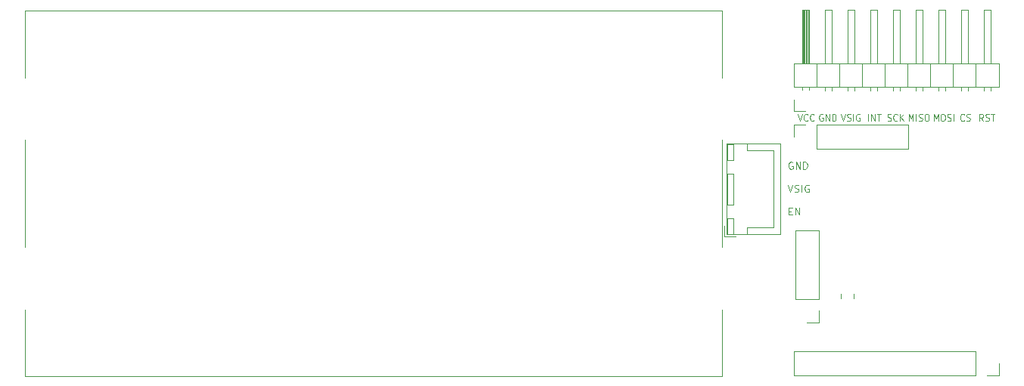
<source format=gbr>
%TF.GenerationSoftware,KiCad,Pcbnew,7.0.7*%
%TF.CreationDate,2024-02-15T18:40:12-05:00*%
%TF.ProjectId,LVPD-board,4c565044-2d62-46f6-9172-642e6b696361,rev?*%
%TF.SameCoordinates,Original*%
%TF.FileFunction,Legend,Top*%
%TF.FilePolarity,Positive*%
%FSLAX46Y46*%
G04 Gerber Fmt 4.6, Leading zero omitted, Abs format (unit mm)*
G04 Created by KiCad (PCBNEW 7.0.7) date 2024-02-15 18:40:12*
%MOMM*%
%LPD*%
G01*
G04 APERTURE LIST*
%ADD10C,0.100000*%
%ADD11C,0.120000*%
G04 APERTURE END LIST*
D10*
X212700000Y-84364895D02*
X212700000Y-83564895D01*
X212700000Y-83564895D02*
X212933334Y-84136323D01*
X212933334Y-84136323D02*
X213166667Y-83564895D01*
X213166667Y-83564895D02*
X213166667Y-84364895D01*
X213633334Y-83564895D02*
X213766667Y-83564895D01*
X213766667Y-83564895D02*
X213833334Y-83602990D01*
X213833334Y-83602990D02*
X213900000Y-83679180D01*
X213900000Y-83679180D02*
X213933334Y-83831561D01*
X213933334Y-83831561D02*
X213933334Y-84098228D01*
X213933334Y-84098228D02*
X213900000Y-84250609D01*
X213900000Y-84250609D02*
X213833334Y-84326800D01*
X213833334Y-84326800D02*
X213766667Y-84364895D01*
X213766667Y-84364895D02*
X213633334Y-84364895D01*
X213633334Y-84364895D02*
X213566667Y-84326800D01*
X213566667Y-84326800D02*
X213500000Y-84250609D01*
X213500000Y-84250609D02*
X213466667Y-84098228D01*
X213466667Y-84098228D02*
X213466667Y-83831561D01*
X213466667Y-83831561D02*
X213500000Y-83679180D01*
X213500000Y-83679180D02*
X213566667Y-83602990D01*
X213566667Y-83602990D02*
X213633334Y-83564895D01*
X214200000Y-84326800D02*
X214300000Y-84364895D01*
X214300000Y-84364895D02*
X214466667Y-84364895D01*
X214466667Y-84364895D02*
X214533333Y-84326800D01*
X214533333Y-84326800D02*
X214566667Y-84288704D01*
X214566667Y-84288704D02*
X214600000Y-84212514D01*
X214600000Y-84212514D02*
X214600000Y-84136323D01*
X214600000Y-84136323D02*
X214566667Y-84060133D01*
X214566667Y-84060133D02*
X214533333Y-84022038D01*
X214533333Y-84022038D02*
X214466667Y-83983942D01*
X214466667Y-83983942D02*
X214333333Y-83945847D01*
X214333333Y-83945847D02*
X214266667Y-83907752D01*
X214266667Y-83907752D02*
X214233333Y-83869657D01*
X214233333Y-83869657D02*
X214200000Y-83793466D01*
X214200000Y-83793466D02*
X214200000Y-83717276D01*
X214200000Y-83717276D02*
X214233333Y-83641085D01*
X214233333Y-83641085D02*
X214266667Y-83602990D01*
X214266667Y-83602990D02*
X214333333Y-83564895D01*
X214333333Y-83564895D02*
X214500000Y-83564895D01*
X214500000Y-83564895D02*
X214600000Y-83602990D01*
X214900000Y-84364895D02*
X214900000Y-83564895D01*
X202316666Y-83564895D02*
X202550000Y-84364895D01*
X202550000Y-84364895D02*
X202783333Y-83564895D01*
X202983333Y-84326800D02*
X203083333Y-84364895D01*
X203083333Y-84364895D02*
X203250000Y-84364895D01*
X203250000Y-84364895D02*
X203316666Y-84326800D01*
X203316666Y-84326800D02*
X203350000Y-84288704D01*
X203350000Y-84288704D02*
X203383333Y-84212514D01*
X203383333Y-84212514D02*
X203383333Y-84136323D01*
X203383333Y-84136323D02*
X203350000Y-84060133D01*
X203350000Y-84060133D02*
X203316666Y-84022038D01*
X203316666Y-84022038D02*
X203250000Y-83983942D01*
X203250000Y-83983942D02*
X203116666Y-83945847D01*
X203116666Y-83945847D02*
X203050000Y-83907752D01*
X203050000Y-83907752D02*
X203016666Y-83869657D01*
X203016666Y-83869657D02*
X202983333Y-83793466D01*
X202983333Y-83793466D02*
X202983333Y-83717276D01*
X202983333Y-83717276D02*
X203016666Y-83641085D01*
X203016666Y-83641085D02*
X203050000Y-83602990D01*
X203050000Y-83602990D02*
X203116666Y-83564895D01*
X203116666Y-83564895D02*
X203283333Y-83564895D01*
X203283333Y-83564895D02*
X203383333Y-83602990D01*
X203683333Y-84364895D02*
X203683333Y-83564895D01*
X204383333Y-83602990D02*
X204316666Y-83564895D01*
X204316666Y-83564895D02*
X204216666Y-83564895D01*
X204216666Y-83564895D02*
X204116666Y-83602990D01*
X204116666Y-83602990D02*
X204050000Y-83679180D01*
X204050000Y-83679180D02*
X204016666Y-83755371D01*
X204016666Y-83755371D02*
X203983333Y-83907752D01*
X203983333Y-83907752D02*
X203983333Y-84022038D01*
X203983333Y-84022038D02*
X204016666Y-84174419D01*
X204016666Y-84174419D02*
X204050000Y-84250609D01*
X204050000Y-84250609D02*
X204116666Y-84326800D01*
X204116666Y-84326800D02*
X204216666Y-84364895D01*
X204216666Y-84364895D02*
X204283333Y-84364895D01*
X204283333Y-84364895D02*
X204383333Y-84326800D01*
X204383333Y-84326800D02*
X204416666Y-84288704D01*
X204416666Y-84288704D02*
X204416666Y-84022038D01*
X204416666Y-84022038D02*
X204283333Y-84022038D01*
X197466666Y-83564895D02*
X197700000Y-84364895D01*
X197700000Y-84364895D02*
X197933333Y-83564895D01*
X198566666Y-84288704D02*
X198533333Y-84326800D01*
X198533333Y-84326800D02*
X198433333Y-84364895D01*
X198433333Y-84364895D02*
X198366666Y-84364895D01*
X198366666Y-84364895D02*
X198266666Y-84326800D01*
X198266666Y-84326800D02*
X198200000Y-84250609D01*
X198200000Y-84250609D02*
X198166666Y-84174419D01*
X198166666Y-84174419D02*
X198133333Y-84022038D01*
X198133333Y-84022038D02*
X198133333Y-83907752D01*
X198133333Y-83907752D02*
X198166666Y-83755371D01*
X198166666Y-83755371D02*
X198200000Y-83679180D01*
X198200000Y-83679180D02*
X198266666Y-83602990D01*
X198266666Y-83602990D02*
X198366666Y-83564895D01*
X198366666Y-83564895D02*
X198433333Y-83564895D01*
X198433333Y-83564895D02*
X198533333Y-83602990D01*
X198533333Y-83602990D02*
X198566666Y-83641085D01*
X199266666Y-84288704D02*
X199233333Y-84326800D01*
X199233333Y-84326800D02*
X199133333Y-84364895D01*
X199133333Y-84364895D02*
X199066666Y-84364895D01*
X199066666Y-84364895D02*
X198966666Y-84326800D01*
X198966666Y-84326800D02*
X198900000Y-84250609D01*
X198900000Y-84250609D02*
X198866666Y-84174419D01*
X198866666Y-84174419D02*
X198833333Y-84022038D01*
X198833333Y-84022038D02*
X198833333Y-83907752D01*
X198833333Y-83907752D02*
X198866666Y-83755371D01*
X198866666Y-83755371D02*
X198900000Y-83679180D01*
X198900000Y-83679180D02*
X198966666Y-83602990D01*
X198966666Y-83602990D02*
X199066666Y-83564895D01*
X199066666Y-83564895D02*
X199133333Y-83564895D01*
X199133333Y-83564895D02*
X199233333Y-83602990D01*
X199233333Y-83602990D02*
X199266666Y-83641085D01*
X207500000Y-84326800D02*
X207600000Y-84364895D01*
X207600000Y-84364895D02*
X207766667Y-84364895D01*
X207766667Y-84364895D02*
X207833333Y-84326800D01*
X207833333Y-84326800D02*
X207866667Y-84288704D01*
X207866667Y-84288704D02*
X207900000Y-84212514D01*
X207900000Y-84212514D02*
X207900000Y-84136323D01*
X207900000Y-84136323D02*
X207866667Y-84060133D01*
X207866667Y-84060133D02*
X207833333Y-84022038D01*
X207833333Y-84022038D02*
X207766667Y-83983942D01*
X207766667Y-83983942D02*
X207633333Y-83945847D01*
X207633333Y-83945847D02*
X207566667Y-83907752D01*
X207566667Y-83907752D02*
X207533333Y-83869657D01*
X207533333Y-83869657D02*
X207500000Y-83793466D01*
X207500000Y-83793466D02*
X207500000Y-83717276D01*
X207500000Y-83717276D02*
X207533333Y-83641085D01*
X207533333Y-83641085D02*
X207566667Y-83602990D01*
X207566667Y-83602990D02*
X207633333Y-83564895D01*
X207633333Y-83564895D02*
X207800000Y-83564895D01*
X207800000Y-83564895D02*
X207900000Y-83602990D01*
X208600000Y-84288704D02*
X208566667Y-84326800D01*
X208566667Y-84326800D02*
X208466667Y-84364895D01*
X208466667Y-84364895D02*
X208400000Y-84364895D01*
X208400000Y-84364895D02*
X208300000Y-84326800D01*
X208300000Y-84326800D02*
X208233334Y-84250609D01*
X208233334Y-84250609D02*
X208200000Y-84174419D01*
X208200000Y-84174419D02*
X208166667Y-84022038D01*
X208166667Y-84022038D02*
X208166667Y-83907752D01*
X208166667Y-83907752D02*
X208200000Y-83755371D01*
X208200000Y-83755371D02*
X208233334Y-83679180D01*
X208233334Y-83679180D02*
X208300000Y-83602990D01*
X208300000Y-83602990D02*
X208400000Y-83564895D01*
X208400000Y-83564895D02*
X208466667Y-83564895D01*
X208466667Y-83564895D02*
X208566667Y-83602990D01*
X208566667Y-83602990D02*
X208600000Y-83641085D01*
X208900000Y-84364895D02*
X208900000Y-83564895D01*
X209300000Y-84364895D02*
X209000000Y-83907752D01*
X209300000Y-83564895D02*
X208900000Y-84022038D01*
X200266667Y-83602990D02*
X200200000Y-83564895D01*
X200200000Y-83564895D02*
X200100000Y-83564895D01*
X200100000Y-83564895D02*
X200000000Y-83602990D01*
X200000000Y-83602990D02*
X199933334Y-83679180D01*
X199933334Y-83679180D02*
X199900000Y-83755371D01*
X199900000Y-83755371D02*
X199866667Y-83907752D01*
X199866667Y-83907752D02*
X199866667Y-84022038D01*
X199866667Y-84022038D02*
X199900000Y-84174419D01*
X199900000Y-84174419D02*
X199933334Y-84250609D01*
X199933334Y-84250609D02*
X200000000Y-84326800D01*
X200000000Y-84326800D02*
X200100000Y-84364895D01*
X200100000Y-84364895D02*
X200166667Y-84364895D01*
X200166667Y-84364895D02*
X200266667Y-84326800D01*
X200266667Y-84326800D02*
X200300000Y-84288704D01*
X200300000Y-84288704D02*
X200300000Y-84022038D01*
X200300000Y-84022038D02*
X200166667Y-84022038D01*
X200600000Y-84364895D02*
X200600000Y-83564895D01*
X200600000Y-83564895D02*
X201000000Y-84364895D01*
X201000000Y-84364895D02*
X201000000Y-83564895D01*
X201333333Y-84364895D02*
X201333333Y-83564895D01*
X201333333Y-83564895D02*
X201500000Y-83564895D01*
X201500000Y-83564895D02*
X201600000Y-83602990D01*
X201600000Y-83602990D02*
X201666667Y-83679180D01*
X201666667Y-83679180D02*
X201700000Y-83755371D01*
X201700000Y-83755371D02*
X201733333Y-83907752D01*
X201733333Y-83907752D02*
X201733333Y-84022038D01*
X201733333Y-84022038D02*
X201700000Y-84174419D01*
X201700000Y-84174419D02*
X201666667Y-84250609D01*
X201666667Y-84250609D02*
X201600000Y-84326800D01*
X201600000Y-84326800D02*
X201500000Y-84364895D01*
X201500000Y-84364895D02*
X201333333Y-84364895D01*
X209900000Y-84364895D02*
X209900000Y-83564895D01*
X209900000Y-83564895D02*
X210133334Y-84136323D01*
X210133334Y-84136323D02*
X210366667Y-83564895D01*
X210366667Y-83564895D02*
X210366667Y-84364895D01*
X210700000Y-84364895D02*
X210700000Y-83564895D01*
X211000000Y-84326800D02*
X211100000Y-84364895D01*
X211100000Y-84364895D02*
X211266667Y-84364895D01*
X211266667Y-84364895D02*
X211333333Y-84326800D01*
X211333333Y-84326800D02*
X211366667Y-84288704D01*
X211366667Y-84288704D02*
X211400000Y-84212514D01*
X211400000Y-84212514D02*
X211400000Y-84136323D01*
X211400000Y-84136323D02*
X211366667Y-84060133D01*
X211366667Y-84060133D02*
X211333333Y-84022038D01*
X211333333Y-84022038D02*
X211266667Y-83983942D01*
X211266667Y-83983942D02*
X211133333Y-83945847D01*
X211133333Y-83945847D02*
X211066667Y-83907752D01*
X211066667Y-83907752D02*
X211033333Y-83869657D01*
X211033333Y-83869657D02*
X211000000Y-83793466D01*
X211000000Y-83793466D02*
X211000000Y-83717276D01*
X211000000Y-83717276D02*
X211033333Y-83641085D01*
X211033333Y-83641085D02*
X211066667Y-83602990D01*
X211066667Y-83602990D02*
X211133333Y-83564895D01*
X211133333Y-83564895D02*
X211300000Y-83564895D01*
X211300000Y-83564895D02*
X211400000Y-83602990D01*
X211833334Y-83564895D02*
X211966667Y-83564895D01*
X211966667Y-83564895D02*
X212033334Y-83602990D01*
X212033334Y-83602990D02*
X212100000Y-83679180D01*
X212100000Y-83679180D02*
X212133334Y-83831561D01*
X212133334Y-83831561D02*
X212133334Y-84098228D01*
X212133334Y-84098228D02*
X212100000Y-84250609D01*
X212100000Y-84250609D02*
X212033334Y-84326800D01*
X212033334Y-84326800D02*
X211966667Y-84364895D01*
X211966667Y-84364895D02*
X211833334Y-84364895D01*
X211833334Y-84364895D02*
X211766667Y-84326800D01*
X211766667Y-84326800D02*
X211700000Y-84250609D01*
X211700000Y-84250609D02*
X211666667Y-84098228D01*
X211666667Y-84098228D02*
X211666667Y-83831561D01*
X211666667Y-83831561D02*
X211700000Y-83679180D01*
X211700000Y-83679180D02*
X211766667Y-83602990D01*
X211766667Y-83602990D02*
X211833334Y-83564895D01*
X205366667Y-84364895D02*
X205366667Y-83564895D01*
X205700000Y-84364895D02*
X205700000Y-83564895D01*
X205700000Y-83564895D02*
X206100000Y-84364895D01*
X206100000Y-84364895D02*
X206100000Y-83564895D01*
X206333333Y-83564895D02*
X206733333Y-83564895D01*
X206533333Y-84364895D02*
X206533333Y-83564895D01*
X216083333Y-84288704D02*
X216050000Y-84326800D01*
X216050000Y-84326800D02*
X215950000Y-84364895D01*
X215950000Y-84364895D02*
X215883333Y-84364895D01*
X215883333Y-84364895D02*
X215783333Y-84326800D01*
X215783333Y-84326800D02*
X215716667Y-84250609D01*
X215716667Y-84250609D02*
X215683333Y-84174419D01*
X215683333Y-84174419D02*
X215650000Y-84022038D01*
X215650000Y-84022038D02*
X215650000Y-83907752D01*
X215650000Y-83907752D02*
X215683333Y-83755371D01*
X215683333Y-83755371D02*
X215716667Y-83679180D01*
X215716667Y-83679180D02*
X215783333Y-83602990D01*
X215783333Y-83602990D02*
X215883333Y-83564895D01*
X215883333Y-83564895D02*
X215950000Y-83564895D01*
X215950000Y-83564895D02*
X216050000Y-83602990D01*
X216050000Y-83602990D02*
X216083333Y-83641085D01*
X216350000Y-84326800D02*
X216450000Y-84364895D01*
X216450000Y-84364895D02*
X216616667Y-84364895D01*
X216616667Y-84364895D02*
X216683333Y-84326800D01*
X216683333Y-84326800D02*
X216716667Y-84288704D01*
X216716667Y-84288704D02*
X216750000Y-84212514D01*
X216750000Y-84212514D02*
X216750000Y-84136323D01*
X216750000Y-84136323D02*
X216716667Y-84060133D01*
X216716667Y-84060133D02*
X216683333Y-84022038D01*
X216683333Y-84022038D02*
X216616667Y-83983942D01*
X216616667Y-83983942D02*
X216483333Y-83945847D01*
X216483333Y-83945847D02*
X216416667Y-83907752D01*
X216416667Y-83907752D02*
X216383333Y-83869657D01*
X216383333Y-83869657D02*
X216350000Y-83793466D01*
X216350000Y-83793466D02*
X216350000Y-83717276D01*
X216350000Y-83717276D02*
X216383333Y-83641085D01*
X216383333Y-83641085D02*
X216416667Y-83602990D01*
X216416667Y-83602990D02*
X216483333Y-83564895D01*
X216483333Y-83564895D02*
X216650000Y-83564895D01*
X216650000Y-83564895D02*
X216750000Y-83602990D01*
X218216666Y-84364895D02*
X217983333Y-83983942D01*
X217816666Y-84364895D02*
X217816666Y-83564895D01*
X217816666Y-83564895D02*
X218083333Y-83564895D01*
X218083333Y-83564895D02*
X218150000Y-83602990D01*
X218150000Y-83602990D02*
X218183333Y-83641085D01*
X218183333Y-83641085D02*
X218216666Y-83717276D01*
X218216666Y-83717276D02*
X218216666Y-83831561D01*
X218216666Y-83831561D02*
X218183333Y-83907752D01*
X218183333Y-83907752D02*
X218150000Y-83945847D01*
X218150000Y-83945847D02*
X218083333Y-83983942D01*
X218083333Y-83983942D02*
X217816666Y-83983942D01*
X218483333Y-84326800D02*
X218583333Y-84364895D01*
X218583333Y-84364895D02*
X218750000Y-84364895D01*
X218750000Y-84364895D02*
X218816666Y-84326800D01*
X218816666Y-84326800D02*
X218850000Y-84288704D01*
X218850000Y-84288704D02*
X218883333Y-84212514D01*
X218883333Y-84212514D02*
X218883333Y-84136323D01*
X218883333Y-84136323D02*
X218850000Y-84060133D01*
X218850000Y-84060133D02*
X218816666Y-84022038D01*
X218816666Y-84022038D02*
X218750000Y-83983942D01*
X218750000Y-83983942D02*
X218616666Y-83945847D01*
X218616666Y-83945847D02*
X218550000Y-83907752D01*
X218550000Y-83907752D02*
X218516666Y-83869657D01*
X218516666Y-83869657D02*
X218483333Y-83793466D01*
X218483333Y-83793466D02*
X218483333Y-83717276D01*
X218483333Y-83717276D02*
X218516666Y-83641085D01*
X218516666Y-83641085D02*
X218550000Y-83602990D01*
X218550000Y-83602990D02*
X218616666Y-83564895D01*
X218616666Y-83564895D02*
X218783333Y-83564895D01*
X218783333Y-83564895D02*
X218883333Y-83602990D01*
X219083333Y-83564895D02*
X219483333Y-83564895D01*
X219283333Y-84364895D02*
X219283333Y-83564895D01*
X196875312Y-88982990D02*
X196799122Y-88944895D01*
X196799122Y-88944895D02*
X196684836Y-88944895D01*
X196684836Y-88944895D02*
X196570550Y-88982990D01*
X196570550Y-88982990D02*
X196494360Y-89059180D01*
X196494360Y-89059180D02*
X196456265Y-89135371D01*
X196456265Y-89135371D02*
X196418169Y-89287752D01*
X196418169Y-89287752D02*
X196418169Y-89402038D01*
X196418169Y-89402038D02*
X196456265Y-89554419D01*
X196456265Y-89554419D02*
X196494360Y-89630609D01*
X196494360Y-89630609D02*
X196570550Y-89706800D01*
X196570550Y-89706800D02*
X196684836Y-89744895D01*
X196684836Y-89744895D02*
X196761027Y-89744895D01*
X196761027Y-89744895D02*
X196875312Y-89706800D01*
X196875312Y-89706800D02*
X196913408Y-89668704D01*
X196913408Y-89668704D02*
X196913408Y-89402038D01*
X196913408Y-89402038D02*
X196761027Y-89402038D01*
X197256265Y-89744895D02*
X197256265Y-88944895D01*
X197256265Y-88944895D02*
X197713408Y-89744895D01*
X197713408Y-89744895D02*
X197713408Y-88944895D01*
X198094360Y-89744895D02*
X198094360Y-88944895D01*
X198094360Y-88944895D02*
X198284836Y-88944895D01*
X198284836Y-88944895D02*
X198399122Y-88982990D01*
X198399122Y-88982990D02*
X198475312Y-89059180D01*
X198475312Y-89059180D02*
X198513407Y-89135371D01*
X198513407Y-89135371D02*
X198551503Y-89287752D01*
X198551503Y-89287752D02*
X198551503Y-89402038D01*
X198551503Y-89402038D02*
X198513407Y-89554419D01*
X198513407Y-89554419D02*
X198475312Y-89630609D01*
X198475312Y-89630609D02*
X198399122Y-89706800D01*
X198399122Y-89706800D02*
X198284836Y-89744895D01*
X198284836Y-89744895D02*
X198094360Y-89744895D01*
X196341979Y-91520895D02*
X196608646Y-92320895D01*
X196608646Y-92320895D02*
X196875312Y-91520895D01*
X197103883Y-92282800D02*
X197218169Y-92320895D01*
X197218169Y-92320895D02*
X197408645Y-92320895D01*
X197408645Y-92320895D02*
X197484836Y-92282800D01*
X197484836Y-92282800D02*
X197522931Y-92244704D01*
X197522931Y-92244704D02*
X197561026Y-92168514D01*
X197561026Y-92168514D02*
X197561026Y-92092323D01*
X197561026Y-92092323D02*
X197522931Y-92016133D01*
X197522931Y-92016133D02*
X197484836Y-91978038D01*
X197484836Y-91978038D02*
X197408645Y-91939942D01*
X197408645Y-91939942D02*
X197256264Y-91901847D01*
X197256264Y-91901847D02*
X197180074Y-91863752D01*
X197180074Y-91863752D02*
X197141979Y-91825657D01*
X197141979Y-91825657D02*
X197103883Y-91749466D01*
X197103883Y-91749466D02*
X197103883Y-91673276D01*
X197103883Y-91673276D02*
X197141979Y-91597085D01*
X197141979Y-91597085D02*
X197180074Y-91558990D01*
X197180074Y-91558990D02*
X197256264Y-91520895D01*
X197256264Y-91520895D02*
X197446741Y-91520895D01*
X197446741Y-91520895D02*
X197561026Y-91558990D01*
X197903884Y-92320895D02*
X197903884Y-91520895D01*
X198703883Y-91558990D02*
X198627693Y-91520895D01*
X198627693Y-91520895D02*
X198513407Y-91520895D01*
X198513407Y-91520895D02*
X198399121Y-91558990D01*
X198399121Y-91558990D02*
X198322931Y-91635180D01*
X198322931Y-91635180D02*
X198284836Y-91711371D01*
X198284836Y-91711371D02*
X198246740Y-91863752D01*
X198246740Y-91863752D02*
X198246740Y-91978038D01*
X198246740Y-91978038D02*
X198284836Y-92130419D01*
X198284836Y-92130419D02*
X198322931Y-92206609D01*
X198322931Y-92206609D02*
X198399121Y-92282800D01*
X198399121Y-92282800D02*
X198513407Y-92320895D01*
X198513407Y-92320895D02*
X198589598Y-92320895D01*
X198589598Y-92320895D02*
X198703883Y-92282800D01*
X198703883Y-92282800D02*
X198741979Y-92244704D01*
X198741979Y-92244704D02*
X198741979Y-91978038D01*
X198741979Y-91978038D02*
X198589598Y-91978038D01*
X196456265Y-94477847D02*
X196722931Y-94477847D01*
X196837217Y-94896895D02*
X196456265Y-94896895D01*
X196456265Y-94896895D02*
X196456265Y-94096895D01*
X196456265Y-94096895D02*
X196837217Y-94096895D01*
X197180075Y-94896895D02*
X197180075Y-94096895D01*
X197180075Y-94096895D02*
X197637218Y-94896895D01*
X197637218Y-94896895D02*
X197637218Y-94096895D01*
D11*
%TO.C,J4*%
X197070000Y-83270000D02*
X197070000Y-82000000D01*
X198340000Y-83270000D02*
X197070000Y-83270000D01*
X200500000Y-80957071D02*
X200500000Y-80560000D01*
X201260000Y-80957071D02*
X201260000Y-80560000D01*
X203040000Y-80957071D02*
X203040000Y-80560000D01*
X203800000Y-80957071D02*
X203800000Y-80560000D01*
X205580000Y-80957071D02*
X205580000Y-80560000D01*
X206340000Y-80957071D02*
X206340000Y-80560000D01*
X208120000Y-80957071D02*
X208120000Y-80560000D01*
X208880000Y-80957071D02*
X208880000Y-80560000D01*
X210660000Y-80957071D02*
X210660000Y-80560000D01*
X211420000Y-80957071D02*
X211420000Y-80560000D01*
X213200000Y-80957071D02*
X213200000Y-80560000D01*
X213960000Y-80957071D02*
X213960000Y-80560000D01*
X215740000Y-80957071D02*
X215740000Y-80560000D01*
X216500000Y-80957071D02*
X216500000Y-80560000D01*
X218280000Y-80957071D02*
X218280000Y-80560000D01*
X219040000Y-80957071D02*
X219040000Y-80560000D01*
X197960000Y-80890000D02*
X197960000Y-80560000D01*
X198720000Y-80890000D02*
X198720000Y-80560000D01*
X197010000Y-80560000D02*
X219990000Y-80560000D01*
X199610000Y-80560000D02*
X199610000Y-77900000D01*
X202150000Y-80560000D02*
X202150000Y-77900000D01*
X204690000Y-80560000D02*
X204690000Y-77900000D01*
X207230000Y-80560000D02*
X207230000Y-77900000D01*
X209770000Y-80560000D02*
X209770000Y-77900000D01*
X212310000Y-80560000D02*
X212310000Y-77900000D01*
X214850000Y-80560000D02*
X214850000Y-77900000D01*
X217390000Y-80560000D02*
X217390000Y-77900000D01*
X219990000Y-80560000D02*
X219990000Y-77900000D01*
X197010000Y-77900000D02*
X197010000Y-80560000D01*
X197960000Y-77900000D02*
X197960000Y-71900000D01*
X198020000Y-77900000D02*
X198020000Y-71900000D01*
X198140000Y-77900000D02*
X198140000Y-71900000D01*
X198260000Y-77900000D02*
X198260000Y-71900000D01*
X198380000Y-77900000D02*
X198380000Y-71900000D01*
X198500000Y-77900000D02*
X198500000Y-71900000D01*
X198620000Y-77900000D02*
X198620000Y-71900000D01*
X200500000Y-77900000D02*
X200500000Y-71900000D01*
X203040000Y-77900000D02*
X203040000Y-71900000D01*
X205580000Y-77900000D02*
X205580000Y-71900000D01*
X208120000Y-77900000D02*
X208120000Y-71900000D01*
X210660000Y-77900000D02*
X210660000Y-71900000D01*
X213200000Y-77900000D02*
X213200000Y-71900000D01*
X215740000Y-77900000D02*
X215740000Y-71900000D01*
X218280000Y-77900000D02*
X218280000Y-71900000D01*
X219990000Y-77900000D02*
X197010000Y-77900000D01*
X197960000Y-71900000D02*
X198720000Y-71900000D01*
X198720000Y-71900000D02*
X198720000Y-77900000D01*
X200500000Y-71900000D02*
X201260000Y-71900000D01*
X201260000Y-71900000D02*
X201260000Y-77900000D01*
X203040000Y-71900000D02*
X203800000Y-71900000D01*
X203800000Y-71900000D02*
X203800000Y-77900000D01*
X205580000Y-71900000D02*
X206340000Y-71900000D01*
X206340000Y-71900000D02*
X206340000Y-77900000D01*
X208120000Y-71900000D02*
X208880000Y-71900000D01*
X208880000Y-71900000D02*
X208880000Y-77900000D01*
X210660000Y-71900000D02*
X211420000Y-71900000D01*
X211420000Y-71900000D02*
X211420000Y-77900000D01*
X213200000Y-71900000D02*
X213960000Y-71900000D01*
X213960000Y-71900000D02*
X213960000Y-77900000D01*
X215740000Y-71900000D02*
X216500000Y-71900000D01*
X216500000Y-71900000D02*
X216500000Y-77900000D01*
X218280000Y-71900000D02*
X219040000Y-71900000D01*
X219040000Y-71900000D02*
X219040000Y-77900000D01*
%TO.C,J1*%
X199830000Y-106950000D02*
X198500000Y-106950000D01*
X199830000Y-105620000D02*
X199830000Y-106950000D01*
X199830000Y-104350000D02*
X199830000Y-96670000D01*
X199830000Y-104350000D02*
X197170000Y-104350000D01*
X199830000Y-96670000D02*
X197170000Y-96670000D01*
X197170000Y-104350000D02*
X197170000Y-96670000D01*
%TO.C,J2*%
X189250000Y-97350000D02*
X190500000Y-97350000D01*
X189540000Y-97060000D02*
X195510000Y-97060000D01*
X195510000Y-97060000D02*
X195510000Y-86940000D01*
X189550000Y-97050000D02*
X190300000Y-97050000D01*
X190300000Y-97050000D02*
X190300000Y-95250000D01*
X191800000Y-97050000D02*
X191800000Y-96300000D01*
X191800000Y-96300000D02*
X194750000Y-96300000D01*
X194750000Y-96300000D02*
X194750000Y-92000000D01*
X189250000Y-96100000D02*
X189250000Y-97350000D01*
X189550000Y-95250000D02*
X189550000Y-97050000D01*
X190300000Y-95250000D02*
X189550000Y-95250000D01*
X189550000Y-93750000D02*
X190300000Y-93750000D01*
X190300000Y-93750000D02*
X190300000Y-90250000D01*
X189550000Y-90250000D02*
X189550000Y-93750000D01*
X190300000Y-90250000D02*
X189550000Y-90250000D01*
X189550000Y-88750000D02*
X190300000Y-88750000D01*
X190300000Y-88750000D02*
X190300000Y-86950000D01*
X191800000Y-87700000D02*
X194750000Y-87700000D01*
X194750000Y-87700000D02*
X194750000Y-92000000D01*
X189550000Y-86950000D02*
X189550000Y-88750000D01*
X190300000Y-86950000D02*
X189550000Y-86950000D01*
X191800000Y-86950000D02*
X191800000Y-87700000D01*
X189540000Y-86940000D02*
X189540000Y-97060000D01*
X195510000Y-86940000D02*
X189540000Y-86940000D01*
%TO.C,J5*%
X217380000Y-110195000D02*
X197000000Y-110195000D01*
X217380000Y-110195000D02*
X217380000Y-112855000D01*
X197000000Y-110195000D02*
X197000000Y-112855000D01*
X219980000Y-111525000D02*
X219980000Y-112855000D01*
X219980000Y-112855000D02*
X218650000Y-112855000D01*
X217380000Y-112855000D02*
X197000000Y-112855000D01*
%TO.C,R1*%
X203735000Y-103772936D02*
X203735000Y-104227064D01*
X202265000Y-103772936D02*
X202265000Y-104227064D01*
D10*
%TO.C,BAT1*%
X189000000Y-112995000D02*
X189000000Y-105495000D01*
X189000000Y-112995000D02*
X111000000Y-112995000D01*
X189000000Y-98495000D02*
X189000000Y-86495000D01*
X189000000Y-79495000D02*
X189000000Y-71995000D01*
X189000000Y-71995000D02*
X111000000Y-71995000D01*
X111000000Y-112995000D02*
X111000000Y-105495000D01*
X111000000Y-86495000D02*
X111000000Y-98495000D01*
X111000000Y-71995000D02*
X111000000Y-79495000D01*
D11*
%TO.C,J6*%
X199600000Y-87455000D02*
X209820000Y-87455000D01*
X199600000Y-87455000D02*
X199600000Y-84795000D01*
X209820000Y-87455000D02*
X209820000Y-84795000D01*
X197000000Y-86125000D02*
X197000000Y-84795000D01*
X197000000Y-84795000D02*
X198330000Y-84795000D01*
X199600000Y-84795000D02*
X209820000Y-84795000D01*
%TD*%
M02*

</source>
